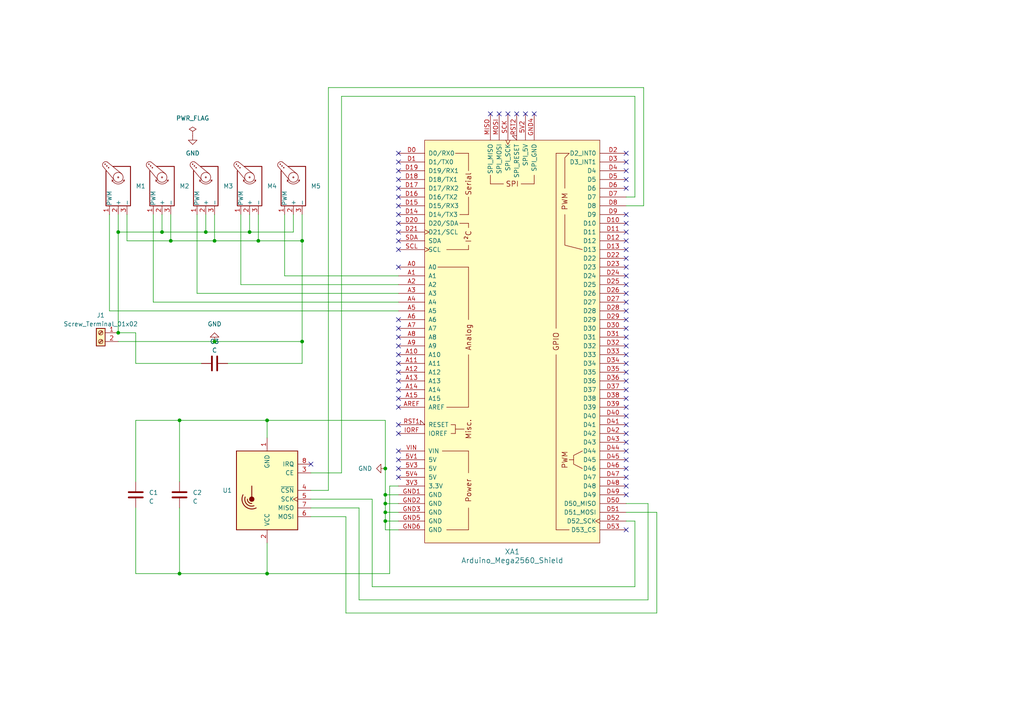
<source format=kicad_sch>
(kicad_sch (version 20230121) (generator eeschema)

  (uuid 5d4ac997-0275-451c-a58a-d84421a0d8df)

  (paper "A4")

  (lib_symbols
    (symbol "Arduino:Arduino_Mega2560_Shield" (pin_names (offset 1.016)) (in_bom yes) (on_board yes)
      (property "Reference" "XA" (at 0 -62.23 0)
        (effects (font (size 1.524 1.524)))
      )
      (property "Value" "Arduino_Mega2560_Shield" (at 0 -66.04 0)
        (effects (font (size 1.524 1.524)))
      )
      (property "Footprint" "PCM_arduino-library:Arduino_Mega2560_Shield" (at 0 -73.66 0)
        (effects (font (size 1.524 1.524)) hide)
      )
      (property "Datasheet" "https://docs.arduino.cc/hardware/mega-2560" (at 0 -69.85 0)
        (effects (font (size 1.524 1.524)) hide)
      )
      (property "ki_keywords" "Arduino MPU Shield" (at 0 0 0)
        (effects (font (size 1.27 1.27)) hide)
      )
      (property "ki_description" "Shield for Arduino Mega 2560" (at 0 0 0)
        (effects (font (size 1.27 1.27)) hide)
      )
      (property "ki_fp_filters" "Arduino_Mega2560_Shield" (at 0 0 0)
        (effects (font (size 1.27 1.27)) hide)
      )
      (symbol "Arduino_Mega2560_Shield_0_0"
        (rectangle (start -25.4 -58.42) (end 25.4 58.42)
          (stroke (width 0) (type default))
          (fill (type background))
        )
        (rectangle (start -20.32 -31.75) (end -12.7 -31.75)
          (stroke (width 0) (type default))
          (fill (type none))
        )
        (rectangle (start -19.05 -54.61) (end -12.7 -54.61)
          (stroke (width 0) (type default))
          (fill (type none))
        )
        (rectangle (start -19.05 -19.05) (end -12.7 -19.05)
          (stroke (width 0) (type default))
          (fill (type none))
        )
        (rectangle (start -19.05 26.67) (end -12.7 26.67)
          (stroke (width 0) (type default))
          (fill (type none))
        )
        (rectangle (start -17.78 -26.67) (end -16.51 -26.67)
          (stroke (width 0) (type default))
          (fill (type none))
        )
        (rectangle (start -17.78 -24.13) (end -16.51 -24.13)
          (stroke (width 0) (type default))
          (fill (type none))
        )
        (rectangle (start -16.51 -25.4) (end -13.97 -25.4)
          (stroke (width 0) (type default))
          (fill (type none))
        )
        (rectangle (start -16.51 -24.13) (end -16.51 -26.67)
          (stroke (width 0) (type default))
          (fill (type none))
        )
        (rectangle (start -16.51 54.61) (end -12.7 54.61)
          (stroke (width 0) (type default))
          (fill (type none))
        )
        (rectangle (start -15.24 34.29) (end -12.7 34.29)
          (stroke (width 0) (type default))
          (fill (type none))
        )
        (rectangle (start -15.24 36.83) (end -12.7 36.83)
          (stroke (width 0) (type default))
          (fill (type none))
        )
        (rectangle (start -12.7 -54.61) (end -12.7 -48.26)
          (stroke (width 0) (type default))
          (fill (type none))
        )
        (rectangle (start -12.7 -31.75) (end -12.7 -38.1)
          (stroke (width 0) (type default))
          (fill (type none))
        )
        (rectangle (start -12.7 26.67) (end -12.7 27.94)
          (stroke (width 0) (type default))
          (fill (type none))
        )
        (rectangle (start -12.7 34.29) (end -12.7 33.02)
          (stroke (width 0) (type default))
          (fill (type none))
        )
        (rectangle (start -12.7 41.91) (end -12.7 36.83)
          (stroke (width 0) (type default))
          (fill (type none))
        )
        (rectangle (start -12.7 49.53) (end -12.7 54.61)
          (stroke (width 0) (type default))
          (fill (type none))
        )
        (rectangle (start -6.35 48.26) (end -6.35 45.72)
          (stroke (width 0) (type default))
          (fill (type none))
        )
        (rectangle (start -2.54 45.72) (end -6.35 45.72)
          (stroke (width 0) (type default))
          (fill (type none))
        )
        (polyline
          (pts
            (xy -21.59 21.59)
            (xy -12.7 21.59)
          )
          (stroke (width 0) (type default))
          (fill (type none))
        )
        (polyline
          (pts
            (xy -12.7 -19.05)
            (xy -12.7 -3.81)
          )
          (stroke (width 0) (type default))
          (fill (type none))
        )
        (polyline
          (pts
            (xy -12.7 6.35)
            (xy -12.7 21.59)
          )
          (stroke (width 0) (type default))
          (fill (type none))
        )
        (polyline
          (pts
            (xy 12.7 -54.61)
            (xy 16.51 -54.61)
          )
          (stroke (width 0) (type default))
          (fill (type none))
        )
        (polyline
          (pts
            (xy 12.7 54.61)
            (xy 16.51 54.61)
          )
          (stroke (width 0) (type default))
          (fill (type none))
        )
        (polyline
          (pts
            (xy 17.78 -34.29)
            (xy 16.51 -34.29)
          )
          (stroke (width 0) (type default))
          (fill (type none))
        )
        (polyline
          (pts
            (xy 15.24 36.83)
            (xy 15.24 27.94)
            (xy 20.32 26.67)
          )
          (stroke (width 0) (type default))
          (fill (type none))
        )
        (polyline
          (pts
            (xy 15.24 44.45)
            (xy 15.24 53.34)
            (xy 16.51 54.61)
          )
          (stroke (width 0) (type default))
          (fill (type none))
        )
        (polyline
          (pts
            (xy 20.32 -31.75)
            (xy 17.78 -33.02)
            (xy 17.78 -35.56)
            (xy 20.32 -36.83)
          )
          (stroke (width 0) (type default))
          (fill (type none))
        )
        (rectangle (start 6.35 45.72) (end 2.54 45.72)
          (stroke (width 0) (type default))
          (fill (type none))
        )
        (rectangle (start 6.35 48.26) (end 6.35 45.72)
          (stroke (width 0) (type default))
          (fill (type none))
        )
        (text "Analog" (at -12.7 1.27 900)
          (effects (font (size 1.524 1.524)))
        )
        (text "I²C" (at -12.7 30.48 900)
          (effects (font (size 1.524 1.524)))
        )
        (text "Misc." (at -12.7 -25.4 900)
          (effects (font (size 1.524 1.524)))
        )
        (text "Power" (at -12.7 -43.18 900)
          (effects (font (size 1.524 1.524)))
        )
        (text "PWM" (at 15.24 -34.29 900)
          (effects (font (size 1.524 1.524)))
        )
        (text "PWM" (at 15.24 40.64 900)
          (effects (font (size 1.524 1.524)))
        )
        (text "Serial" (at -12.7 45.72 900)
          (effects (font (size 1.524 1.524)))
        )
        (text "SPI" (at 0 45.72 0)
          (effects (font (size 1.524 1.524)))
        )
      )
      (symbol "Arduino_Mega2560_Shield_1_0"
        (rectangle (start 12.7 -54.61) (end 12.7 -3.81)
          (stroke (width 0) (type default))
          (fill (type none))
        )
        (rectangle (start 12.7 54.61) (end 12.7 3.81)
          (stroke (width 0) (type default))
          (fill (type none))
        )
        (text "GPIO" (at 12.7 0 900)
          (effects (font (size 1.524 1.524)))
        )
      )
      (symbol "Arduino_Mega2560_Shield_1_1"
        (pin power_out line (at -33.02 -41.91 0) (length 7.62)
          (name "3.3V" (effects (font (size 1.27 1.27))))
          (number "3V3" (effects (font (size 1.27 1.27))))
        )
        (pin power_in line (at -33.02 -34.29 0) (length 7.62)
          (name "5V" (effects (font (size 1.27 1.27))))
          (number "5V1" (effects (font (size 1.27 1.27))))
        )
        (pin power_in line (at 3.81 66.04 270) (length 7.62)
          (name "SPI_5V" (effects (font (size 1.27 1.27))))
          (number "5V2" (effects (font (size 1.27 1.27))))
        )
        (pin power_in line (at -33.02 -36.83 0) (length 7.62)
          (name "5V" (effects (font (size 1.27 1.27))))
          (number "5V3" (effects (font (size 1.27 1.27))))
        )
        (pin power_in line (at -33.02 -39.37 0) (length 7.62)
          (name "5V" (effects (font (size 1.27 1.27))))
          (number "5V4" (effects (font (size 1.27 1.27))))
        )
        (pin bidirectional line (at -33.02 21.59 0) (length 7.62)
          (name "A0" (effects (font (size 1.27 1.27))))
          (number "A0" (effects (font (size 1.27 1.27))))
        )
        (pin bidirectional line (at -33.02 19.05 0) (length 7.62)
          (name "A1" (effects (font (size 1.27 1.27))))
          (number "A1" (effects (font (size 1.27 1.27))))
        )
        (pin bidirectional line (at -33.02 -3.81 0) (length 7.62)
          (name "A10" (effects (font (size 1.27 1.27))))
          (number "A10" (effects (font (size 1.27 1.27))))
        )
        (pin bidirectional line (at -33.02 -6.35 0) (length 7.62)
          (name "A11" (effects (font (size 1.27 1.27))))
          (number "A11" (effects (font (size 1.27 1.27))))
        )
        (pin bidirectional line (at -33.02 -8.89 0) (length 7.62)
          (name "A12" (effects (font (size 1.27 1.27))))
          (number "A12" (effects (font (size 1.27 1.27))))
        )
        (pin bidirectional line (at -33.02 -11.43 0) (length 7.62)
          (name "A13" (effects (font (size 1.27 1.27))))
          (number "A13" (effects (font (size 1.27 1.27))))
        )
        (pin bidirectional line (at -33.02 -13.97 0) (length 7.62)
          (name "A14" (effects (font (size 1.27 1.27))))
          (number "A14" (effects (font (size 1.27 1.27))))
        )
        (pin bidirectional line (at -33.02 -16.51 0) (length 7.62)
          (name "A15" (effects (font (size 1.27 1.27))))
          (number "A15" (effects (font (size 1.27 1.27))))
        )
        (pin bidirectional line (at -33.02 16.51 0) (length 7.62)
          (name "A2" (effects (font (size 1.27 1.27))))
          (number "A2" (effects (font (size 1.27 1.27))))
        )
        (pin bidirectional line (at -33.02 13.97 0) (length 7.62)
          (name "A3" (effects (font (size 1.27 1.27))))
          (number "A3" (effects (font (size 1.27 1.27))))
        )
        (pin bidirectional line (at -33.02 11.43 0) (length 7.62)
          (name "A4" (effects (font (size 1.27 1.27))))
          (number "A4" (effects (font (size 1.27 1.27))))
        )
        (pin bidirectional line (at -33.02 8.89 0) (length 7.62)
          (name "A5" (effects (font (size 1.27 1.27))))
          (number "A5" (effects (font (size 1.27 1.27))))
        )
        (pin bidirectional line (at -33.02 6.35 0) (length 7.62)
          (name "A6" (effects (font (size 1.27 1.27))))
          (number "A6" (effects (font (size 1.27 1.27))))
        )
        (pin bidirectional line (at -33.02 3.81 0) (length 7.62)
          (name "A7" (effects (font (size 1.27 1.27))))
          (number "A7" (effects (font (size 1.27 1.27))))
        )
        (pin bidirectional line (at -33.02 1.27 0) (length 7.62)
          (name "A8" (effects (font (size 1.27 1.27))))
          (number "A8" (effects (font (size 1.27 1.27))))
        )
        (pin bidirectional line (at -33.02 -1.27 0) (length 7.62)
          (name "A9" (effects (font (size 1.27 1.27))))
          (number "A9" (effects (font (size 1.27 1.27))))
        )
        (pin input line (at -33.02 -19.05 0) (length 7.62)
          (name "AREF" (effects (font (size 1.27 1.27))))
          (number "AREF" (effects (font (size 1.27 1.27))))
        )
        (pin bidirectional line (at -33.02 54.61 0) (length 7.62)
          (name "D0/RX0" (effects (font (size 1.27 1.27))))
          (number "D0" (effects (font (size 1.27 1.27))))
        )
        (pin bidirectional line (at -33.02 52.07 0) (length 7.62)
          (name "D1/TX0" (effects (font (size 1.27 1.27))))
          (number "D1" (effects (font (size 1.27 1.27))))
        )
        (pin bidirectional line (at 33.02 34.29 180) (length 7.62)
          (name "D10" (effects (font (size 1.27 1.27))))
          (number "D10" (effects (font (size 1.27 1.27))))
        )
        (pin bidirectional line (at 33.02 31.75 180) (length 7.62)
          (name "D11" (effects (font (size 1.27 1.27))))
          (number "D11" (effects (font (size 1.27 1.27))))
        )
        (pin bidirectional line (at 33.02 29.21 180) (length 7.62)
          (name "D12" (effects (font (size 1.27 1.27))))
          (number "D12" (effects (font (size 1.27 1.27))))
        )
        (pin bidirectional line (at 33.02 26.67 180) (length 7.62)
          (name "D13" (effects (font (size 1.27 1.27))))
          (number "D13" (effects (font (size 1.27 1.27))))
        )
        (pin bidirectional line (at -33.02 36.83 0) (length 7.62)
          (name "D14/TX3" (effects (font (size 1.27 1.27))))
          (number "D14" (effects (font (size 1.27 1.27))))
        )
        (pin bidirectional line (at -33.02 39.37 0) (length 7.62)
          (name "D15/RX3" (effects (font (size 1.27 1.27))))
          (number "D15" (effects (font (size 1.27 1.27))))
        )
        (pin bidirectional line (at -33.02 41.91 0) (length 7.62)
          (name "D16/TX2" (effects (font (size 1.27 1.27))))
          (number "D16" (effects (font (size 1.27 1.27))))
        )
        (pin bidirectional line (at -33.02 44.45 0) (length 7.62)
          (name "D17/RX2" (effects (font (size 1.27 1.27))))
          (number "D17" (effects (font (size 1.27 1.27))))
        )
        (pin bidirectional line (at -33.02 46.99 0) (length 7.62)
          (name "D18/TX1" (effects (font (size 1.27 1.27))))
          (number "D18" (effects (font (size 1.27 1.27))))
        )
        (pin bidirectional line (at -33.02 49.53 0) (length 7.62)
          (name "D19/RX1" (effects (font (size 1.27 1.27))))
          (number "D19" (effects (font (size 1.27 1.27))))
        )
        (pin bidirectional line (at 33.02 54.61 180) (length 7.62)
          (name "D2_INT0" (effects (font (size 1.27 1.27))))
          (number "D2" (effects (font (size 1.27 1.27))))
        )
        (pin bidirectional line (at -33.02 34.29 0) (length 7.62)
          (name "D20/SDA" (effects (font (size 1.27 1.27))))
          (number "D20" (effects (font (size 1.27 1.27))))
        )
        (pin bidirectional clock (at -33.02 31.75 0) (length 7.62)
          (name "D21/SCL" (effects (font (size 1.27 1.27))))
          (number "D21" (effects (font (size 1.27 1.27))))
        )
        (pin bidirectional line (at 33.02 24.13 180) (length 7.62)
          (name "D22" (effects (font (size 1.27 1.27))))
          (number "D22" (effects (font (size 1.27 1.27))))
        )
        (pin bidirectional line (at 33.02 21.59 180) (length 7.62)
          (name "D23" (effects (font (size 1.27 1.27))))
          (number "D23" (effects (font (size 1.27 1.27))))
        )
        (pin bidirectional line (at 33.02 19.05 180) (length 7.62)
          (name "D24" (effects (font (size 1.27 1.27))))
          (number "D24" (effects (font (size 1.27 1.27))))
        )
        (pin bidirectional line (at 33.02 16.51 180) (length 7.62)
          (name "D25" (effects (font (size 1.27 1.27))))
          (number "D25" (effects (font (size 1.27 1.27))))
        )
        (pin bidirectional line (at 33.02 13.97 180) (length 7.62)
          (name "D26" (effects (font (size 1.27 1.27))))
          (number "D26" (effects (font (size 1.27 1.27))))
        )
        (pin bidirectional line (at 33.02 11.43 180) (length 7.62)
          (name "D27" (effects (font (size 1.27 1.27))))
          (number "D27" (effects (font (size 1.27 1.27))))
        )
        (pin bidirectional line (at 33.02 8.89 180) (length 7.62)
          (name "D28" (effects (font (size 1.27 1.27))))
          (number "D28" (effects (font (size 1.27 1.27))))
        )
        (pin bidirectional line (at 33.02 6.35 180) (length 7.62)
          (name "D29" (effects (font (size 1.27 1.27))))
          (number "D29" (effects (font (size 1.27 1.27))))
        )
        (pin bidirectional line (at 33.02 52.07 180) (length 7.62)
          (name "D3_INT1" (effects (font (size 1.27 1.27))))
          (number "D3" (effects (font (size 1.27 1.27))))
        )
        (pin bidirectional line (at 33.02 3.81 180) (length 7.62)
          (name "D30" (effects (font (size 1.27 1.27))))
          (number "D30" (effects (font (size 1.27 1.27))))
        )
        (pin bidirectional line (at 33.02 1.27 180) (length 7.62)
          (name "D31" (effects (font (size 1.27 1.27))))
          (number "D31" (effects (font (size 1.27 1.27))))
        )
        (pin bidirectional line (at 33.02 -1.27 180) (length 7.62)
          (name "D32" (effects (font (size 1.27 1.27))))
          (number "D32" (effects (font (size 1.27 1.27))))
        )
        (pin bidirectional line (at 33.02 -3.81 180) (length 7.62)
          (name "D33" (effects (font (size 1.27 1.27))))
          (number "D33" (effects (font (size 1.27 1.27))))
        )
        (pin bidirectional line (at 33.02 -6.35 180) (length 7.62)
          (name "D34" (effects (font (size 1.27 1.27))))
          (number "D34" (effects (font (size 1.27 1.27))))
        )
        (pin bidirectional line (at 33.02 -8.89 180) (length 7.62)
          (name "D35" (effects (font (size 1.27 1.27))))
          (number "D35" (effects (font (size 1.27 1.27))))
        )
        (pin bidirectional line (at 33.02 -11.43 180) (length 7.62)
          (name "D36" (effects (font (size 1.27 1.27))))
          (number "D36" (effects (font (size 1.27 1.27))))
        )
        (pin bidirectional line (at 33.02 -13.97 180) (length 7.62)
          (name "D37" (effects (font (size 1.27 1.27))))
          (number "D37" (effects (font (size 1.27 1.27))))
        )
        (pin bidirectional line (at 33.02 -16.51 180) (length 7.62)
          (name "D38" (effects (font (size 1.27 1.27))))
          (number "D38" (effects (font (size 1.27 1.27))))
        )
        (pin bidirectional line (at 33.02 -19.05 180) (length 7.62)
          (name "D39" (effects (font (size 1.27 1.27))))
          (number "D39" (effects (font (size 1.27 1.27))))
        )
        (pin bidirectional line (at 33.02 49.53 180) (length 7.62)
          (name "D4" (effects (font (size 1.27 1.27))))
          (number "D4" (effects (font (size 1.27 1.27))))
        )
        (pin bidirectional line (at 33.02 -21.59 180) (length 7.62)
          (name "D40" (effects (font (size 1.27 1.27))))
          (number "D40" (effects (font (size 1.27 1.27))))
        )
        (pin bidirectional line (at 33.02 -24.13 180) (length 7.62)
          (name "D41" (effects (font (size 1.27 1.27))))
          (number "D41" (effects (font (size 1.27 1.27))))
        )
        (pin bidirectional line (at 33.02 -26.67 180) (length 7.62)
          (name "D42" (effects (font (size 1.27 1.27))))
          (number "D42" (effects (font (size 1.27 1.27))))
        )
        (pin bidirectional line (at 33.02 -29.21 180) (length 7.62)
          (name "D43" (effects (font (size 1.27 1.27))))
          (number "D43" (effects (font (size 1.27 1.27))))
        )
        (pin bidirectional line (at 33.02 -31.75 180) (length 7.62)
          (name "D44" (effects (font (size 1.27 1.27))))
          (number "D44" (effects (font (size 1.27 1.27))))
        )
        (pin bidirectional line (at 33.02 -34.29 180) (length 7.62)
          (name "D45" (effects (font (size 1.27 1.27))))
          (number "D45" (effects (font (size 1.27 1.27))))
        )
        (pin bidirectional line (at 33.02 -36.83 180) (length 7.62)
          (name "D46" (effects (font (size 1.27 1.27))))
          (number "D46" (effects (font (size 1.27 1.27))))
        )
        (pin bidirectional line (at 33.02 -39.37 180) (length 7.62)
          (name "D47" (effects (font (size 1.27 1.27))))
          (number "D47" (effects (font (size 1.27 1.27))))
        )
        (pin bidirectional line (at 33.02 -41.91 180) (length 7.62)
          (name "D48" (effects (font (size 1.27 1.27))))
          (number "D48" (effects (font (size 1.27 1.27))))
        )
        (pin bidirectional line (at 33.02 -44.45 180) (length 7.62)
          (name "D49" (effects (font (size 1.27 1.27))))
          (number "D49" (effects (font (size 1.27 1.27))))
        )
        (pin bidirectional line (at 33.02 46.99 180) (length 7.62)
          (name "D5" (effects (font (size 1.27 1.27))))
          (number "D5" (effects (font (size 1.27 1.27))))
        )
        (pin bidirectional line (at 33.02 -46.99 180) (length 7.62)
          (name "D50_MISO" (effects (font (size 1.27 1.27))))
          (number "D50" (effects (font (size 1.27 1.27))))
        )
        (pin bidirectional line (at 33.02 -49.53 180) (length 7.62)
          (name "D51_MOSI" (effects (font (size 1.27 1.27))))
          (number "D51" (effects (font (size 1.27 1.27))))
        )
        (pin bidirectional clock (at 33.02 -52.07 180) (length 7.62)
          (name "D52_SCK" (effects (font (size 1.27 1.27))))
          (number "D52" (effects (font (size 1.27 1.27))))
        )
        (pin bidirectional line (at 33.02 -54.61 180) (length 7.62)
          (name "D53_CS" (effects (font (size 1.27 1.27))))
          (number "D53" (effects (font (size 1.27 1.27))))
        )
        (pin bidirectional line (at 33.02 44.45 180) (length 7.62)
          (name "D6" (effects (font (size 1.27 1.27))))
          (number "D6" (effects (font (size 1.27 1.27))))
        )
        (pin bidirectional line (at 33.02 41.91 180) (length 7.62)
          (name "D7" (effects (font (size 1.27 1.27))))
          (number "D7" (effects (font (size 1.27 1.27))))
        )
        (pin bidirectional line (at 33.02 39.37 180) (length 7.62)
          (name "D8" (effects (font (size 1.27 1.27))))
          (number "D8" (effects (font (size 1.27 1.27))))
        )
        (pin bidirectional line (at 33.02 36.83 180) (length 7.62)
          (name "D9" (effects (font (size 1.27 1.27))))
          (number "D9" (effects (font (size 1.27 1.27))))
        )
        (pin power_in line (at -33.02 -44.45 0) (length 7.62)
          (name "GND" (effects (font (size 1.27 1.27))))
          (number "GND1" (effects (font (size 1.27 1.27))))
        )
        (pin power_in line (at -33.02 -46.99 0) (length 7.62)
          (name "GND" (effects (font (size 1.27 1.27))))
          (number "GND2" (effects (font (size 1.27 1.27))))
        )
        (pin power_in line (at -33.02 -49.53 0) (length 7.62)
          (name "GND" (effects (font (size 1.27 1.27))))
          (number "GND3" (effects (font (size 1.27 1.27))))
        )
        (pin power_in line (at 6.35 66.04 270) (length 7.62)
          (name "SPI_GND" (effects (font (size 1.27 1.27))))
          (number "GND4" (effects (font (size 1.27 1.27))))
        )
        (pin power_in line (at -33.02 -52.07 0) (length 7.62)
          (name "GND" (effects (font (size 1.27 1.27))))
          (number "GND5" (effects (font (size 1.27 1.27))))
        )
        (pin power_in line (at -33.02 -54.61 0) (length 7.62)
          (name "GND" (effects (font (size 1.27 1.27))))
          (number "GND6" (effects (font (size 1.27 1.27))))
        )
        (pin output line (at -33.02 -26.67 0) (length 7.62)
          (name "IOREF" (effects (font (size 1.27 1.27))))
          (number "IORF" (effects (font (size 1.27 1.27))))
        )
        (pin input line (at -6.35 66.04 270) (length 7.62)
          (name "SPI_MISO" (effects (font (size 1.27 1.27))))
          (number "MISO" (effects (font (size 1.27 1.27))))
        )
        (pin output line (at -3.81 66.04 270) (length 7.62)
          (name "SPI_MOSI" (effects (font (size 1.27 1.27))))
          (number "MOSI" (effects (font (size 1.27 1.27))))
        )
        (pin open_collector input_low (at -33.02 -24.13 0) (length 7.62)
          (name "RESET" (effects (font (size 1.27 1.27))))
          (number "RST1" (effects (font (size 1.27 1.27))))
        )
        (pin open_collector input_low (at 1.27 66.04 270) (length 7.62)
          (name "SPI_RESET" (effects (font (size 1.27 1.27))))
          (number "RST2" (effects (font (size 1.27 1.27))))
        )
        (pin output clock (at -1.27 66.04 270) (length 7.62)
          (name "SPI_SCK" (effects (font (size 1.27 1.27))))
          (number "SCK" (effects (font (size 1.27 1.27))))
        )
        (pin bidirectional clock (at -33.02 26.67 0) (length 7.62)
          (name "SCL" (effects (font (size 1.27 1.27))))
          (number "SCL" (effects (font (size 1.27 1.27))))
        )
        (pin bidirectional line (at -33.02 29.21 0) (length 7.62)
          (name "SDA" (effects (font (size 1.27 1.27))))
          (number "SDA" (effects (font (size 1.27 1.27))))
        )
        (pin power_in line (at -33.02 -31.75 0) (length 7.62)
          (name "VIN" (effects (font (size 1.27 1.27))))
          (number "VIN" (effects (font (size 1.27 1.27))))
        )
      )
    )
    (symbol "Connector:Screw_Terminal_01x02" (pin_names (offset 1.016) hide) (in_bom yes) (on_board yes)
      (property "Reference" "J" (at 0 2.54 0)
        (effects (font (size 1.27 1.27)))
      )
      (property "Value" "Screw_Terminal_01x02" (at 0 -5.08 0)
        (effects (font (size 1.27 1.27)))
      )
      (property "Footprint" "" (at 0 0 0)
        (effects (font (size 1.27 1.27)) hide)
      )
      (property "Datasheet" "~" (at 0 0 0)
        (effects (font (size 1.27 1.27)) hide)
      )
      (property "ki_keywords" "screw terminal" (at 0 0 0)
        (effects (font (size 1.27 1.27)) hide)
      )
      (property "ki_description" "Generic screw terminal, single row, 01x02, script generated (kicad-library-utils/schlib/autogen/connector/)" (at 0 0 0)
        (effects (font (size 1.27 1.27)) hide)
      )
      (property "ki_fp_filters" "TerminalBlock*:*" (at 0 0 0)
        (effects (font (size 1.27 1.27)) hide)
      )
      (symbol "Screw_Terminal_01x02_1_1"
        (rectangle (start -1.27 1.27) (end 1.27 -3.81)
          (stroke (width 0.254) (type default))
          (fill (type background))
        )
        (circle (center 0 -2.54) (radius 0.635)
          (stroke (width 0.1524) (type default))
          (fill (type none))
        )
        (polyline
          (pts
            (xy -0.5334 -2.2098)
            (xy 0.3302 -3.048)
          )
          (stroke (width 0.1524) (type default))
          (fill (type none))
        )
        (polyline
          (pts
            (xy -0.5334 0.3302)
            (xy 0.3302 -0.508)
          )
          (stroke (width 0.1524) (type default))
          (fill (type none))
        )
        (polyline
          (pts
            (xy -0.3556 -2.032)
            (xy 0.508 -2.8702)
          )
          (stroke (width 0.1524) (type default))
          (fill (type none))
        )
        (polyline
          (pts
            (xy -0.3556 0.508)
            (xy 0.508 -0.3302)
          )
          (stroke (width 0.1524) (type default))
          (fill (type none))
        )
        (circle (center 0 0) (radius 0.635)
          (stroke (width 0.1524) (type default))
          (fill (type none))
        )
        (pin passive line (at -5.08 0 0) (length 3.81)
          (name "Pin_1" (effects (font (size 1.27 1.27))))
          (number "1" (effects (font (size 1.27 1.27))))
        )
        (pin passive line (at -5.08 -2.54 0) (length 3.81)
          (name "Pin_2" (effects (font (size 1.27 1.27))))
          (number "2" (effects (font (size 1.27 1.27))))
        )
      )
    )
    (symbol "Device:C" (pin_numbers hide) (pin_names (offset 0.254)) (in_bom yes) (on_board yes)
      (property "Reference" "C" (at 0.635 2.54 0)
        (effects (font (size 1.27 1.27)) (justify left))
      )
      (property "Value" "C" (at 0.635 -2.54 0)
        (effects (font (size 1.27 1.27)) (justify left))
      )
      (property "Footprint" "" (at 0.9652 -3.81 0)
        (effects (font (size 1.27 1.27)) hide)
      )
      (property "Datasheet" "~" (at 0 0 0)
        (effects (font (size 1.27 1.27)) hide)
      )
      (property "ki_keywords" "cap capacitor" (at 0 0 0)
        (effects (font (size 1.27 1.27)) hide)
      )
      (property "ki_description" "Unpolarized capacitor" (at 0 0 0)
        (effects (font (size 1.27 1.27)) hide)
      )
      (property "ki_fp_filters" "C_*" (at 0 0 0)
        (effects (font (size 1.27 1.27)) hide)
      )
      (symbol "C_0_1"
        (polyline
          (pts
            (xy -2.032 -0.762)
            (xy 2.032 -0.762)
          )
          (stroke (width 0.508) (type default))
          (fill (type none))
        )
        (polyline
          (pts
            (xy -2.032 0.762)
            (xy 2.032 0.762)
          )
          (stroke (width 0.508) (type default))
          (fill (type none))
        )
      )
      (symbol "C_1_1"
        (pin passive line (at 0 3.81 270) (length 2.794)
          (name "~" (effects (font (size 1.27 1.27))))
          (number "1" (effects (font (size 1.27 1.27))))
        )
        (pin passive line (at 0 -3.81 90) (length 2.794)
          (name "~" (effects (font (size 1.27 1.27))))
          (number "2" (effects (font (size 1.27 1.27))))
        )
      )
    )
    (symbol "Motor:Motor_Servo" (pin_names (offset 0.0254)) (in_bom yes) (on_board yes)
      (property "Reference" "M" (at -5.08 4.445 0)
        (effects (font (size 1.27 1.27)) (justify left))
      )
      (property "Value" "Motor_Servo" (at -5.08 -4.064 0)
        (effects (font (size 1.27 1.27)) (justify left top))
      )
      (property "Footprint" "" (at 0 -4.826 0)
        (effects (font (size 1.27 1.27)) hide)
      )
      (property "Datasheet" "http://forums.parallax.com/uploads/attachments/46831/74481.png" (at 0 -4.826 0)
        (effects (font (size 1.27 1.27)) hide)
      )
      (property "ki_keywords" "Servo Motor" (at 0 0 0)
        (effects (font (size 1.27 1.27)) hide)
      )
      (property "ki_description" "Servo Motor (Futaba, HiTec, JR connector)" (at 0 0 0)
        (effects (font (size 1.27 1.27)) hide)
      )
      (property "ki_fp_filters" "PinHeader*P2.54mm*" (at 0 0 0)
        (effects (font (size 1.27 1.27)) hide)
      )
      (symbol "Motor_Servo_0_1"
        (polyline
          (pts
            (xy 2.413 -1.778)
            (xy 2.032 -1.778)
          )
          (stroke (width 0) (type default))
          (fill (type none))
        )
        (polyline
          (pts
            (xy 2.413 -1.778)
            (xy 2.286 -1.397)
          )
          (stroke (width 0) (type default))
          (fill (type none))
        )
        (polyline
          (pts
            (xy 2.413 1.778)
            (xy 1.905 1.778)
          )
          (stroke (width 0) (type default))
          (fill (type none))
        )
        (polyline
          (pts
            (xy 2.413 1.778)
            (xy 2.286 1.397)
          )
          (stroke (width 0) (type default))
          (fill (type none))
        )
        (polyline
          (pts
            (xy 6.35 4.445)
            (xy 2.54 1.27)
          )
          (stroke (width 0) (type default))
          (fill (type none))
        )
        (polyline
          (pts
            (xy 7.62 3.175)
            (xy 4.191 -1.016)
          )
          (stroke (width 0) (type default))
          (fill (type none))
        )
        (polyline
          (pts
            (xy 5.08 3.556)
            (xy -5.08 3.556)
            (xy -5.08 -3.556)
            (xy 6.35 -3.556)
            (xy 6.35 1.524)
          )
          (stroke (width 0.254) (type default))
          (fill (type none))
        )
        (arc (start 2.413 1.778) (mid 1.2406 0) (end 2.413 -1.778)
          (stroke (width 0) (type default))
          (fill (type none))
        )
        (circle (center 3.175 0) (radius 0.1778)
          (stroke (width 0) (type default))
          (fill (type none))
        )
        (circle (center 3.175 0) (radius 1.4224)
          (stroke (width 0) (type default))
          (fill (type none))
        )
        (circle (center 5.969 2.794) (radius 0.127)
          (stroke (width 0) (type default))
          (fill (type none))
        )
        (circle (center 6.477 3.302) (radius 0.127)
          (stroke (width 0) (type default))
          (fill (type none))
        )
        (circle (center 6.985 3.81) (radius 0.127)
          (stroke (width 0) (type default))
          (fill (type none))
        )
        (arc (start 7.62 3.175) (mid 7.4485 4.2735) (end 6.35 4.445)
          (stroke (width 0) (type default))
          (fill (type none))
        )
      )
      (symbol "Motor_Servo_1_1"
        (pin passive line (at -7.62 2.54 0) (length 2.54)
          (name "PWM" (effects (font (size 1.27 1.27))))
          (number "1" (effects (font (size 1.27 1.27))))
        )
        (pin passive line (at -7.62 0 0) (length 2.54)
          (name "+" (effects (font (size 1.27 1.27))))
          (number "2" (effects (font (size 1.27 1.27))))
        )
        (pin passive line (at -7.62 -2.54 0) (length 2.54)
          (name "-" (effects (font (size 1.27 1.27))))
          (number "3" (effects (font (size 1.27 1.27))))
        )
      )
    )
    (symbol "RF:NRF24L01_Breakout" (pin_names (offset 1.016)) (in_bom yes) (on_board yes)
      (property "Reference" "U" (at -8.89 12.7 0)
        (effects (font (size 1.27 1.27)) (justify left))
      )
      (property "Value" "NRF24L01_Breakout" (at 3.81 12.7 0)
        (effects (font (size 1.27 1.27)) (justify left))
      )
      (property "Footprint" "RF_Module:nRF24L01_Breakout" (at 3.81 15.24 0)
        (effects (font (size 1.27 1.27) italic) (justify left) hide)
      )
      (property "Datasheet" "http://www.nordicsemi.com/eng/content/download/2730/34105/file/nRF24L01_Product_Specification_v2_0.pdf" (at 0 -2.54 0)
        (effects (font (size 1.27 1.27)) hide)
      )
      (property "ki_keywords" "Low Power RF Transceiver breakout carrier" (at 0 0 0)
        (effects (font (size 1.27 1.27)) hide)
      )
      (property "ki_description" "Ultra low power 2.4GHz RF Transceiver, Carrier PCB" (at 0 0 0)
        (effects (font (size 1.27 1.27)) hide)
      )
      (property "ki_fp_filters" "nRF24L01*Breakout*" (at 0 0 0)
        (effects (font (size 1.27 1.27)) hide)
      )
      (symbol "NRF24L01_Breakout_0_1"
        (rectangle (start -8.89 11.43) (end 8.89 -11.43)
          (stroke (width 0.254) (type default))
          (fill (type background))
        )
        (polyline
          (pts
            (xy 4.445 1.905)
            (xy 4.445 -1.27)
          )
          (stroke (width 0.254) (type default))
          (fill (type none))
        )
        (circle (center 4.445 2.54) (radius 0.635)
          (stroke (width 0.254) (type default))
          (fill (type outline))
        )
        (arc (start 5.715 2.54) (mid 5.3521 3.4546) (end 4.445 3.81)
          (stroke (width 0.254) (type default))
          (fill (type none))
        )
        (arc (start 6.35 1.905) (mid 5.8763 3.9854) (end 3.81 4.445)
          (stroke (width 0.254) (type default))
          (fill (type none))
        )
        (arc (start 6.985 1.27) (mid 6.453 4.548) (end 3.175 5.08)
          (stroke (width 0.254) (type default))
          (fill (type none))
        )
      )
      (symbol "NRF24L01_Breakout_1_1"
        (pin power_in line (at 0 -15.24 90) (length 3.81)
          (name "GND" (effects (font (size 1.27 1.27))))
          (number "1" (effects (font (size 1.27 1.27))))
        )
        (pin power_in line (at 0 15.24 270) (length 3.81)
          (name "VCC" (effects (font (size 1.27 1.27))))
          (number "2" (effects (font (size 1.27 1.27))))
        )
        (pin input line (at -12.7 -5.08 0) (length 3.81)
          (name "CE" (effects (font (size 1.27 1.27))))
          (number "3" (effects (font (size 1.27 1.27))))
        )
        (pin input line (at -12.7 0 0) (length 3.81)
          (name "~{CSN}" (effects (font (size 1.27 1.27))))
          (number "4" (effects (font (size 1.27 1.27))))
        )
        (pin input clock (at -12.7 2.54 0) (length 3.81)
          (name "SCK" (effects (font (size 1.27 1.27))))
          (number "5" (effects (font (size 1.27 1.27))))
        )
        (pin input line (at -12.7 7.62 0) (length 3.81)
          (name "MOSI" (effects (font (size 1.27 1.27))))
          (number "6" (effects (font (size 1.27 1.27))))
        )
        (pin output line (at -12.7 5.08 0) (length 3.81)
          (name "MISO" (effects (font (size 1.27 1.27))))
          (number "7" (effects (font (size 1.27 1.27))))
        )
        (pin output line (at -12.7 -7.62 0) (length 3.81)
          (name "IRQ" (effects (font (size 1.27 1.27))))
          (number "8" (effects (font (size 1.27 1.27))))
        )
      )
    )
    (symbol "power:GND" (power) (pin_names (offset 0)) (in_bom yes) (on_board yes)
      (property "Reference" "#PWR" (at 0 -6.35 0)
        (effects (font (size 1.27 1.27)) hide)
      )
      (property "Value" "GND" (at 0 -3.81 0)
        (effects (font (size 1.27 1.27)))
      )
      (property "Footprint" "" (at 0 0 0)
        (effects (font (size 1.27 1.27)) hide)
      )
      (property "Datasheet" "" (at 0 0 0)
        (effects (font (size 1.27 1.27)) hide)
      )
      (property "ki_keywords" "global power" (at 0 0 0)
        (effects (font (size 1.27 1.27)) hide)
      )
      (property "ki_description" "Power symbol creates a global label with name \"GND\" , ground" (at 0 0 0)
        (effects (font (size 1.27 1.27)) hide)
      )
      (symbol "GND_0_1"
        (polyline
          (pts
            (xy 0 0)
            (xy 0 -1.27)
            (xy 1.27 -1.27)
            (xy 0 -2.54)
            (xy -1.27 -1.27)
            (xy 0 -1.27)
          )
          (stroke (width 0) (type default))
          (fill (type none))
        )
      )
      (symbol "GND_1_1"
        (pin power_in line (at 0 0 270) (length 0) hide
          (name "GND" (effects (font (size 1.27 1.27))))
          (number "1" (effects (font (size 1.27 1.27))))
        )
      )
    )
    (symbol "power:PWR_FLAG" (power) (pin_numbers hide) (pin_names (offset 0) hide) (in_bom yes) (on_board yes)
      (property "Reference" "#FLG" (at 0 1.905 0)
        (effects (font (size 1.27 1.27)) hide)
      )
      (property "Value" "PWR_FLAG" (at 0 3.81 0)
        (effects (font (size 1.27 1.27)))
      )
      (property "Footprint" "" (at 0 0 0)
        (effects (font (size 1.27 1.27)) hide)
      )
      (property "Datasheet" "~" (at 0 0 0)
        (effects (font (size 1.27 1.27)) hide)
      )
      (property "ki_keywords" "flag power" (at 0 0 0)
        (effects (font (size 1.27 1.27)) hide)
      )
      (property "ki_description" "Special symbol for telling ERC where power comes from" (at 0 0 0)
        (effects (font (size 1.27 1.27)) hide)
      )
      (symbol "PWR_FLAG_0_0"
        (pin power_out line (at 0 0 90) (length 0)
          (name "pwr" (effects (font (size 1.27 1.27))))
          (number "1" (effects (font (size 1.27 1.27))))
        )
      )
      (symbol "PWR_FLAG_0_1"
        (polyline
          (pts
            (xy 0 0)
            (xy 0 1.27)
            (xy -1.016 1.905)
            (xy 0 2.54)
            (xy 1.016 1.905)
            (xy 0 1.27)
          )
          (stroke (width 0) (type default))
          (fill (type none))
        )
      )
    )
  )

  (junction (at 72.39 67.31) (diameter 0) (color 0 0 0 0)
    (uuid 024f963e-e65c-4828-909f-fbd7bb87906e)
  )
  (junction (at 46.99 67.31) (diameter 0) (color 0 0 0 0)
    (uuid 0385acea-77e9-484a-acee-2b867229c872)
  )
  (junction (at 74.93 69.85) (diameter 0) (color 0 0 0 0)
    (uuid 13a3cf54-6925-4949-b74f-20cbfac7168a)
  )
  (junction (at 87.63 99.06) (diameter 0) (color 0 0 0 0)
    (uuid 37b30d6c-c681-4f73-9d81-2230d9d65bfb)
  )
  (junction (at 77.47 166.37) (diameter 0) (color 0 0 0 0)
    (uuid 516d1231-4a51-4169-ab72-874b34c91849)
  )
  (junction (at 111.76 143.51) (diameter 0) (color 0 0 0 0)
    (uuid 58c21ee9-04ae-48ae-bffd-c63702cedf7f)
  )
  (junction (at 34.29 96.52) (diameter 0) (color 0 0 0 0)
    (uuid 5be6b10d-67d4-4c9b-af43-e9fd54d7be7c)
  )
  (junction (at 77.47 121.92) (diameter 0) (color 0 0 0 0)
    (uuid 5cfcce25-860f-4f4a-bb7a-ffb61f736b09)
  )
  (junction (at 49.53 69.85) (diameter 0) (color 0 0 0 0)
    (uuid 5f501668-3cf2-444f-85f3-dce3d6b49517)
  )
  (junction (at 87.63 69.85) (diameter 0) (color 0 0 0 0)
    (uuid 65a213ed-b988-44a9-bfa4-5adce9d5ddae)
  )
  (junction (at 52.07 121.92) (diameter 0) (color 0 0 0 0)
    (uuid 69624f66-2ceb-45b2-8566-3f3ee7804e36)
  )
  (junction (at 34.29 67.31) (diameter 0) (color 0 0 0 0)
    (uuid 72a95054-a682-424d-9305-e68fa5217366)
  )
  (junction (at 62.23 69.85) (diameter 0) (color 0 0 0 0)
    (uuid 75c810b9-60ed-4b2c-ac50-70ca7b029d18)
  )
  (junction (at 59.69 67.31) (diameter 0) (color 0 0 0 0)
    (uuid 896c9c6b-5eb5-4834-a3ce-12e418b3c5b4)
  )
  (junction (at 111.76 148.59) (diameter 0) (color 0 0 0 0)
    (uuid ac86b0cf-d907-42b7-aeb1-7b305247d72f)
  )
  (junction (at 111.76 146.05) (diameter 0) (color 0 0 0 0)
    (uuid bede56d8-c37c-4211-985d-f481cab81e1f)
  )
  (junction (at 52.07 166.37) (diameter 0) (color 0 0 0 0)
    (uuid c14af270-bfaf-4185-881b-63b173e59c7b)
  )
  (junction (at 111.76 135.89) (diameter 0) (color 0 0 0 0)
    (uuid de355d68-bfa1-4be7-ba33-746adf4ca33c)
  )
  (junction (at 62.23 99.06) (diameter 0) (color 0 0 0 0)
    (uuid e0500201-7e7e-4aa7-8125-f5c3e6d08a62)
  )
  (junction (at 111.76 151.13) (diameter 0) (color 0 0 0 0)
    (uuid fe54a2cb-4dbd-4f82-9e7c-07c633d0d7ea)
  )

  (no_connect (at 181.61 107.95) (uuid 05818085-57d6-4999-b764-6280c09d50c1))
  (no_connect (at 181.61 97.79) (uuid 0a84f7d8-a767-490c-8ede-c0695f5296d6))
  (no_connect (at 115.57 138.43) (uuid 0bfca924-90ba-4d05-8bc2-0029f5a1a5e8))
  (no_connect (at 181.61 95.25) (uuid 0c976b20-1aeb-474d-9fdd-4b99fcb2d2c1))
  (no_connect (at 181.61 52.07) (uuid 0f5203d4-3560-4a40-aa57-b9c51aca3311))
  (no_connect (at 181.61 130.81) (uuid 0ffc8fdc-0b9c-4c63-807b-7cb6557482a6))
  (no_connect (at 115.57 100.33) (uuid 12706294-e008-446d-b6ee-66b19ce35f61))
  (no_connect (at 181.61 128.27) (uuid 19c9079b-0224-47b7-9a2a-b4c9e3e92290))
  (no_connect (at 181.61 100.33) (uuid 1bf4dcbe-1ca0-4e2c-ae34-2b8d1b8d2712))
  (no_connect (at 115.57 105.41) (uuid 215957d8-dc47-40db-8516-374f8705bd4e))
  (no_connect (at 181.61 87.63) (uuid 23b5bb1d-6d5a-4f43-a5b5-5dc6acc2e678))
  (no_connect (at 115.57 102.87) (uuid 299c3b30-4a69-4e1e-9a5f-2ae22f0e45eb))
  (no_connect (at 115.57 72.39) (uuid 2b09a5fa-0a75-4afe-b734-f2f8a8016c06))
  (no_connect (at 115.57 113.03) (uuid 2b207767-b831-4e7a-bd4f-32c5337e57fa))
  (no_connect (at 115.57 97.79) (uuid 2efbba7b-75d5-4e1c-8ec7-9e34c681241a))
  (no_connect (at 115.57 64.77) (uuid 36ff66a4-9a59-4777-9fec-6e4512471442))
  (no_connect (at 115.57 118.11) (uuid 3ababde4-782d-4b80-b12e-d533e1638c1e))
  (no_connect (at 181.61 115.57) (uuid 3f86df38-bb4a-4621-955b-a1130cccebe1))
  (no_connect (at 181.61 135.89) (uuid 43399b42-1464-4075-887d-1a532ef3c7dc))
  (no_connect (at 181.61 120.65) (uuid 4426cb56-28f8-4797-92c6-afc638bfaf66))
  (no_connect (at 90.17 134.62) (uuid 46b6cdb4-b639-4e41-acc5-1eba5f32159e))
  (no_connect (at 181.61 82.55) (uuid 4a370d94-7fc3-4108-b516-d05af614d672))
  (no_connect (at 181.61 92.71) (uuid 4a66f05c-ab4d-4ddd-876e-3b44a557d0d2))
  (no_connect (at 115.57 130.81) (uuid 4ac2de31-05ff-4dbe-9edd-5b1962c90174))
  (no_connect (at 181.61 46.99) (uuid 4d82593f-16a1-460e-8897-e86b1e3e5abd))
  (no_connect (at 115.57 67.31) (uuid 4ea92fdb-831f-4bfd-a874-df09dba07f73))
  (no_connect (at 115.57 69.85) (uuid 51d1be03-f0bc-43be-8bfa-a393104f7a96))
  (no_connect (at 115.57 115.57) (uuid 569aaa87-28b9-4c5b-bfb3-2d0a63aff499))
  (no_connect (at 181.61 138.43) (uuid 569d56d4-5796-4eb7-b433-4ba64ba5f7f7))
  (no_connect (at 181.61 143.51) (uuid 5a79f254-6bf9-4432-950b-ed4d2a0eca1a))
  (no_connect (at 115.57 110.49) (uuid 5e32679f-0e49-4f3a-abd2-eae683f38fe4))
  (no_connect (at 147.32 33.02) (uuid 63a3a048-9fdf-41fb-9449-b1983e2d6e88))
  (no_connect (at 181.61 125.73) (uuid 643a7b4d-dedb-49ac-8fd0-8e5e2788706e))
  (no_connect (at 115.57 135.89) (uuid 654e84e4-48f5-41ec-adf1-b71ba52358dd))
  (no_connect (at 115.57 125.73) (uuid 67c5f25d-e3ff-4577-a2c1-ef8d00324f35))
  (no_connect (at 115.57 44.45) (uuid 68c71e75-1f6d-417d-a889-f367d0814893))
  (no_connect (at 181.61 74.93) (uuid 6fc604cf-8334-4e51-af9b-255ac53455f6))
  (no_connect (at 152.4 33.02) (uuid 70214ea8-9600-446c-9962-6b61656d6696))
  (no_connect (at 181.61 64.77) (uuid 752066b4-8c0f-4a5d-8717-bf708424604a))
  (no_connect (at 115.57 46.99) (uuid 88e9ffc1-5ab5-448a-b2e6-28072595e7d3))
  (no_connect (at 115.57 123.19) (uuid 89db8f66-e0c6-4e0f-a95e-d6b175c94956))
  (no_connect (at 181.61 102.87) (uuid 9327bb37-ff48-4a09-9517-1826393f0d69))
  (no_connect (at 181.61 113.03) (uuid 96151839-c634-4593-bb28-ba2e0ce89c2b))
  (no_connect (at 181.61 90.17) (uuid 96e49b98-c668-4656-acde-7a7cebfc3e74))
  (no_connect (at 181.61 54.61) (uuid 97f1b82c-bf59-41af-8e9e-3511ef7ad3b7))
  (no_connect (at 181.61 80.01) (uuid 9a10dde4-fb98-463e-958b-3aaf852143ea))
  (no_connect (at 115.57 49.53) (uuid 9e07bbbf-06db-4f67-b50a-5406c2da9547))
  (no_connect (at 181.61 118.11) (uuid a49923fa-c1e1-4795-8c44-04f928cbb4cc))
  (no_connect (at 115.57 92.71) (uuid b032b7af-c3d4-4e5b-acb3-50688d95ae7f))
  (no_connect (at 115.57 52.07) (uuid b134668f-1cad-4f87-ac82-65adc7f088a9))
  (no_connect (at 181.61 153.67) (uuid b1c2e920-1431-466c-bfa9-42a0fd816147))
  (no_connect (at 115.57 54.61) (uuid b3431430-7aea-4b42-8ea7-99add79560bf))
  (no_connect (at 115.57 62.23) (uuid b7a1e916-ee51-4f11-b010-3548274b7066))
  (no_connect (at 181.61 69.85) (uuid befbace0-031a-43a0-9e80-5b01c8adb2e8))
  (no_connect (at 115.57 107.95) (uuid c351bef0-8d47-4394-8484-7663c150d9d4))
  (no_connect (at 181.61 67.31) (uuid c7f0edf8-f435-46fb-90f8-41ecfda336ec))
  (no_connect (at 181.61 85.09) (uuid cc7d2bed-ebaf-4fff-891b-7fa34543e26a))
  (no_connect (at 181.61 49.53) (uuid cfa4c86a-d0c5-4ba3-9d5b-79df2d54b8b0))
  (no_connect (at 181.61 105.41) (uuid d0f1ffdb-c8e9-48d5-9624-ec2c08370bfb))
  (no_connect (at 115.57 77.47) (uuid d8ec8d1c-cce4-4d98-9239-f13e29952b8b))
  (no_connect (at 115.57 59.69) (uuid da897cbb-34e4-43fd-b1c7-465b0a44fc18))
  (no_connect (at 115.57 57.15) (uuid dc2c5f77-d287-423c-8872-705ac972f479))
  (no_connect (at 154.94 33.02) (uuid dfc5d198-040b-4203-905c-3985bd63633f))
  (no_connect (at 115.57 95.25) (uuid e1904919-cc0d-476a-adbc-e337734e591c))
  (no_connect (at 144.78 33.02) (uuid e226d312-b5bb-4dcd-b82a-ae47dc501cef))
  (no_connect (at 181.61 110.49) (uuid eb09a9c2-080b-4d0d-b754-2f579154bdf9))
  (no_connect (at 181.61 140.97) (uuid eb512a24-fa55-4685-92ae-b8c7e2d6126e))
  (no_connect (at 181.61 44.45) (uuid eb861175-ec75-4833-a33c-967a0146d5e4))
  (no_connect (at 181.61 72.39) (uuid ebceb3ff-3876-4a01-b575-ce05d0dca7d7))
  (no_connect (at 181.61 77.47) (uuid ee4fe291-fe6b-4727-8133-27a258c35889))
  (no_connect (at 115.57 133.35) (uuid f135f553-95cf-46e9-89e6-293fd4b43e6f))
  (no_connect (at 142.24 33.02) (uuid f9ee7325-ff1d-474e-9f54-8ba889556733))
  (no_connect (at 181.61 62.23) (uuid fbb12e08-1f95-443d-98f3-1b87c893f766))
  (no_connect (at 149.86 33.02) (uuid fc273d4b-9045-4140-9583-562d4deef42b))
  (no_connect (at 181.61 123.19) (uuid fcc4bbf2-8908-4ec6-aa0c-d1d29c625dc5))
  (no_connect (at 181.61 133.35) (uuid fe989a87-3c2c-41e1-8491-c304733032f0))

  (wire (pts (xy 90.17 149.86) (xy 100.33 149.86))
    (stroke (width 0) (type default))
    (uuid 01f1d0df-c46a-400c-946a-12f21bc49668)
  )
  (wire (pts (xy 62.23 69.85) (xy 74.93 69.85))
    (stroke (width 0) (type default))
    (uuid 059a8cd0-280c-440a-9e37-64c55b2d18d1)
  )
  (wire (pts (xy 39.37 139.7) (xy 39.37 121.92))
    (stroke (width 0) (type default))
    (uuid 066727fd-a828-4cba-9bee-e5c285e0d693)
  )
  (wire (pts (xy 111.76 121.92) (xy 111.76 135.89))
    (stroke (width 0) (type default))
    (uuid 085e362a-582f-4b87-b657-8dffff815d7c)
  )
  (wire (pts (xy 90.17 142.24) (xy 95.25 142.24))
    (stroke (width 0) (type default))
    (uuid 0a66e456-dbbb-42ed-960d-3cad040eeabc)
  )
  (wire (pts (xy 115.57 146.05) (xy 111.76 146.05))
    (stroke (width 0) (type default))
    (uuid 12e4cd7a-a09a-4df5-89e8-20c745378ded)
  )
  (wire (pts (xy 111.76 121.92) (xy 77.47 121.92))
    (stroke (width 0) (type default))
    (uuid 14cbad19-0944-4309-bcaa-c8583cb8e42f)
  )
  (wire (pts (xy 87.63 69.85) (xy 87.63 62.23))
    (stroke (width 0) (type default))
    (uuid 14f8322f-4488-4e68-98d3-a1c288bd4978)
  )
  (wire (pts (xy 59.69 67.31) (xy 72.39 67.31))
    (stroke (width 0) (type default))
    (uuid 16292fd9-5c65-4a49-98df-39d42aec1e69)
  )
  (wire (pts (xy 77.47 121.92) (xy 77.47 127))
    (stroke (width 0) (type default))
    (uuid 163e16d4-b754-4679-bedf-dc897b191ba2)
  )
  (wire (pts (xy 77.47 157.48) (xy 77.47 166.37))
    (stroke (width 0) (type default))
    (uuid 168c1951-3744-4e61-bc3e-1d4964d79a1d)
  )
  (wire (pts (xy 82.55 80.01) (xy 82.55 62.23))
    (stroke (width 0) (type default))
    (uuid 1b0e32a7-2bd3-44a7-b00f-c45a9b900c8d)
  )
  (wire (pts (xy 52.07 121.92) (xy 77.47 121.92))
    (stroke (width 0) (type default))
    (uuid 1b422755-9078-4ec7-a354-5e703cc8c16a)
  )
  (wire (pts (xy 62.23 99.06) (xy 87.63 99.06))
    (stroke (width 0) (type default))
    (uuid 1fa2e493-63d3-4077-bc92-0a208a180bcf)
  )
  (wire (pts (xy 187.96 146.05) (xy 181.61 146.05))
    (stroke (width 0) (type default))
    (uuid 247ec395-9d66-42b4-b555-c5696fbff012)
  )
  (wire (pts (xy 115.57 151.13) (xy 111.76 151.13))
    (stroke (width 0) (type default))
    (uuid 27a2493b-5646-40e7-af2d-91aac6820be4)
  )
  (wire (pts (xy 49.53 62.23) (xy 49.53 69.85))
    (stroke (width 0) (type default))
    (uuid 28be781a-1f7b-4445-a2c3-6b2d64183cce)
  )
  (wire (pts (xy 115.57 153.67) (xy 111.76 153.67))
    (stroke (width 0) (type default))
    (uuid 2a1a987c-456e-4086-abc0-cec8741b00e5)
  )
  (wire (pts (xy 190.5 177.8) (xy 190.5 148.59))
    (stroke (width 0) (type default))
    (uuid 2ab549f4-fd9d-47a5-bb4d-9e05ac763350)
  )
  (wire (pts (xy 190.5 148.59) (xy 181.61 148.59))
    (stroke (width 0) (type default))
    (uuid 2cf0cda8-c702-422b-a70e-f117912e5a7b)
  )
  (wire (pts (xy 115.57 87.63) (xy 44.45 87.63))
    (stroke (width 0) (type default))
    (uuid 2f8d14c3-a561-4768-8a40-3764b6111e80)
  )
  (wire (pts (xy 107.95 144.78) (xy 107.95 170.18))
    (stroke (width 0) (type default))
    (uuid 35951b95-7067-427f-9c33-fefb7ad1fa7c)
  )
  (wire (pts (xy 34.29 62.23) (xy 34.29 67.31))
    (stroke (width 0) (type default))
    (uuid 359874de-29e5-450b-ae0f-3dbaa3380248)
  )
  (wire (pts (xy 58.42 105.41) (xy 39.37 105.41))
    (stroke (width 0) (type default))
    (uuid 382f176a-9623-4683-90e9-27f10f71d6b4)
  )
  (wire (pts (xy 115.57 82.55) (xy 69.85 82.55))
    (stroke (width 0) (type default))
    (uuid 3e21b56f-3141-4f59-a68b-d4fe342bb664)
  )
  (wire (pts (xy 36.83 69.85) (xy 49.53 69.85))
    (stroke (width 0) (type default))
    (uuid 47008c52-0c95-45db-9eb9-5b42e870f0e6)
  )
  (wire (pts (xy 184.15 57.15) (xy 181.61 57.15))
    (stroke (width 0) (type default))
    (uuid 4759d36b-eb07-479e-91d6-a4aba1c0c1a8)
  )
  (wire (pts (xy 52.07 147.32) (xy 52.07 166.37))
    (stroke (width 0) (type default))
    (uuid 477f637f-663d-496d-84e3-834073f22bbd)
  )
  (wire (pts (xy 115.57 148.59) (xy 111.76 148.59))
    (stroke (width 0) (type default))
    (uuid 48162317-fac7-40ff-b8a9-60aca5f992a3)
  )
  (wire (pts (xy 62.23 62.23) (xy 62.23 69.85))
    (stroke (width 0) (type default))
    (uuid 4b528a86-e86c-400f-a632-e7fe1f2ff027)
  )
  (wire (pts (xy 46.99 67.31) (xy 59.69 67.31))
    (stroke (width 0) (type default))
    (uuid 53ee7b3f-bdea-45f8-9c09-d4a16b3945f0)
  )
  (wire (pts (xy 111.76 148.59) (xy 111.76 146.05))
    (stroke (width 0) (type default))
    (uuid 5e232424-0526-4e77-8efc-09019dd3a31c)
  )
  (wire (pts (xy 39.37 147.32) (xy 39.37 166.37))
    (stroke (width 0) (type default))
    (uuid 602fc38e-2f2c-4c7e-9386-cade111d1344)
  )
  (wire (pts (xy 115.57 90.17) (xy 31.75 90.17))
    (stroke (width 0) (type default))
    (uuid 605895c9-1965-4a9a-b986-e21987b1bc7a)
  )
  (wire (pts (xy 87.63 105.41) (xy 87.63 99.06))
    (stroke (width 0) (type default))
    (uuid 665c0eae-211b-4fd7-9efa-b9bb189b9c76)
  )
  (wire (pts (xy 85.09 67.31) (xy 85.09 62.23))
    (stroke (width 0) (type default))
    (uuid 6b36f276-36bf-4818-b407-55ddbf5d6576)
  )
  (wire (pts (xy 107.95 170.18) (xy 184.15 170.18))
    (stroke (width 0) (type default))
    (uuid 6b93c42a-30ee-4659-b8d2-82abc49d2ec2)
  )
  (wire (pts (xy 184.15 170.18) (xy 184.15 151.13))
    (stroke (width 0) (type default))
    (uuid 6e7dda1e-9a27-4d33-b23e-a31ec948fa0f)
  )
  (wire (pts (xy 100.33 149.86) (xy 100.33 177.8))
    (stroke (width 0) (type default))
    (uuid 703e085a-54a3-4a66-8ba8-a9a1cf79a5c6)
  )
  (wire (pts (xy 99.06 137.16) (xy 99.06 27.94))
    (stroke (width 0) (type default))
    (uuid 70737938-81f7-417a-9f3b-6161add89411)
  )
  (wire (pts (xy 186.69 25.4) (xy 186.69 59.69))
    (stroke (width 0) (type default))
    (uuid 71795481-f907-4c88-8f47-4a1f43dda769)
  )
  (wire (pts (xy 69.85 82.55) (xy 69.85 62.23))
    (stroke (width 0) (type default))
    (uuid 73cc7574-2348-4a5c-98f4-4624a845d406)
  )
  (wire (pts (xy 184.15 151.13) (xy 181.61 151.13))
    (stroke (width 0) (type default))
    (uuid 7835ea90-120e-441f-b5b2-acde351551a6)
  )
  (wire (pts (xy 184.15 27.94) (xy 184.15 57.15))
    (stroke (width 0) (type default))
    (uuid 7ba7bb5c-180e-44b7-bea4-816af470f2e3)
  )
  (wire (pts (xy 113.03 140.97) (xy 113.03 166.37))
    (stroke (width 0) (type default))
    (uuid 81a73bcb-3337-4237-9ed6-57edbb262efd)
  )
  (wire (pts (xy 34.29 67.31) (xy 34.29 96.52))
    (stroke (width 0) (type default))
    (uuid 838cbc30-b885-422c-9e19-ca3a582ba12c)
  )
  (wire (pts (xy 66.04 105.41) (xy 87.63 105.41))
    (stroke (width 0) (type default))
    (uuid 8428e3e7-26c9-4ba5-a0ba-09b26d6b6a6b)
  )
  (wire (pts (xy 104.14 147.32) (xy 104.14 173.99))
    (stroke (width 0) (type default))
    (uuid 84cf1e13-4320-4e7a-9a59-4b9f81248007)
  )
  (wire (pts (xy 111.76 151.13) (xy 111.76 148.59))
    (stroke (width 0) (type default))
    (uuid 870fb07a-b7a7-4a7e-8dfa-cedfd421dbbe)
  )
  (wire (pts (xy 90.17 144.78) (xy 107.95 144.78))
    (stroke (width 0) (type default))
    (uuid 87d167d1-2472-4960-835c-acbb8e42090e)
  )
  (wire (pts (xy 72.39 67.31) (xy 85.09 67.31))
    (stroke (width 0) (type default))
    (uuid 8b9ab2e4-442a-472c-9461-1bfb0715a637)
  )
  (wire (pts (xy 39.37 96.52) (xy 39.37 105.41))
    (stroke (width 0) (type default))
    (uuid 8d267ff5-62bf-4daa-92e9-89d9644dfeec)
  )
  (wire (pts (xy 90.17 147.32) (xy 104.14 147.32))
    (stroke (width 0) (type default))
    (uuid 8d6fdb96-38cc-4372-936b-64f6f11ddd48)
  )
  (wire (pts (xy 74.93 69.85) (xy 87.63 69.85))
    (stroke (width 0) (type default))
    (uuid 8de3865f-0513-44ab-a30a-b10c818e6710)
  )
  (wire (pts (xy 31.75 90.17) (xy 31.75 62.23))
    (stroke (width 0) (type default))
    (uuid 8e0550f1-12b3-4a6c-bd2f-ed06b4483fa6)
  )
  (wire (pts (xy 74.93 62.23) (xy 74.93 69.85))
    (stroke (width 0) (type default))
    (uuid 8ffd50cd-71d1-4317-94eb-82c0fba5ed18)
  )
  (wire (pts (xy 59.69 62.23) (xy 59.69 67.31))
    (stroke (width 0) (type default))
    (uuid 935d9429-f530-4316-8b2f-4b9425e6214a)
  )
  (wire (pts (xy 104.14 173.99) (xy 187.96 173.99))
    (stroke (width 0) (type default))
    (uuid 957a8c45-1e53-4dbf-850e-0ff120379370)
  )
  (wire (pts (xy 187.96 173.99) (xy 187.96 146.05))
    (stroke (width 0) (type default))
    (uuid 9cd4b7ca-d8ce-4dbc-aca2-d3198dc42601)
  )
  (wire (pts (xy 46.99 62.23) (xy 46.99 67.31))
    (stroke (width 0) (type default))
    (uuid 9e27e880-853a-447c-a0fb-f94ab74f8f27)
  )
  (wire (pts (xy 49.53 69.85) (xy 62.23 69.85))
    (stroke (width 0) (type default))
    (uuid 9ea3bed5-0c28-4e45-b64b-3c6d54b9a430)
  )
  (wire (pts (xy 34.29 96.52) (xy 39.37 96.52))
    (stroke (width 0) (type default))
    (uuid 9f7bfb84-f836-4693-a638-a80e9b8f9238)
  )
  (wire (pts (xy 34.29 99.06) (xy 62.23 99.06))
    (stroke (width 0) (type default))
    (uuid a499e41c-983d-41ce-9cf4-a6532a1fd868)
  )
  (wire (pts (xy 111.76 146.05) (xy 111.76 143.51))
    (stroke (width 0) (type default))
    (uuid a6992bea-4efc-47c8-b884-4b3c72c8bc34)
  )
  (wire (pts (xy 115.57 140.97) (xy 113.03 140.97))
    (stroke (width 0) (type default))
    (uuid a7265d35-f649-4107-9e31-24262b7e41ea)
  )
  (wire (pts (xy 39.37 166.37) (xy 52.07 166.37))
    (stroke (width 0) (type default))
    (uuid a95ee26f-8101-444b-a7db-6aeff3ba434c)
  )
  (wire (pts (xy 39.37 121.92) (xy 52.07 121.92))
    (stroke (width 0) (type default))
    (uuid a9b8e87f-3be0-4ffa-bc8b-1573f5c36b61)
  )
  (wire (pts (xy 72.39 62.23) (xy 72.39 67.31))
    (stroke (width 0) (type default))
    (uuid b256e247-3bb0-4ea3-abac-cd3bde26c40e)
  )
  (wire (pts (xy 115.57 80.01) (xy 82.55 80.01))
    (stroke (width 0) (type default))
    (uuid b27eeb34-d48e-48d7-8bdb-3ffe7f9bfb8a)
  )
  (wire (pts (xy 90.17 137.16) (xy 99.06 137.16))
    (stroke (width 0) (type default))
    (uuid b3f158bb-b75c-49ca-9024-f15bbd098e87)
  )
  (wire (pts (xy 100.33 177.8) (xy 190.5 177.8))
    (stroke (width 0) (type default))
    (uuid b4fa4e6e-d2c7-4bb3-9c2a-d647e2d611cf)
  )
  (wire (pts (xy 52.07 166.37) (xy 77.47 166.37))
    (stroke (width 0) (type default))
    (uuid b5bb3da9-9d66-4a39-832a-d3a06cdd7943)
  )
  (wire (pts (xy 115.57 143.51) (xy 111.76 143.51))
    (stroke (width 0) (type default))
    (uuid c46b415b-1238-480d-b9f1-0a8c4fbe6ae2)
  )
  (wire (pts (xy 95.25 142.24) (xy 95.25 25.4))
    (stroke (width 0) (type default))
    (uuid c9e9f781-8d12-4d3c-98e2-19fde7d58654)
  )
  (wire (pts (xy 111.76 153.67) (xy 111.76 151.13))
    (stroke (width 0) (type default))
    (uuid d78ced8c-2796-4a86-8d90-3cf8ab3a7206)
  )
  (wire (pts (xy 77.47 166.37) (xy 113.03 166.37))
    (stroke (width 0) (type default))
    (uuid d91d96e0-1d8a-4fdd-8928-7b7c66cbc555)
  )
  (wire (pts (xy 115.57 85.09) (xy 57.15 85.09))
    (stroke (width 0) (type default))
    (uuid d9ff96e0-5772-40ff-a0e2-422af1be70f0)
  )
  (wire (pts (xy 87.63 99.06) (xy 87.63 69.85))
    (stroke (width 0) (type default))
    (uuid dbd3affc-2307-47ca-a1b2-089f28c0dc11)
  )
  (wire (pts (xy 95.25 25.4) (xy 186.69 25.4))
    (stroke (width 0) (type default))
    (uuid ddc23cf6-5c9b-4e54-beff-e966bad5b9a6)
  )
  (wire (pts (xy 111.76 135.89) (xy 111.76 143.51))
    (stroke (width 0) (type default))
    (uuid e0b5f7d0-2fb4-44bf-954b-f5583d8a917c)
  )
  (wire (pts (xy 52.07 121.92) (xy 52.07 139.7))
    (stroke (width 0) (type default))
    (uuid e20f1cb4-cb3c-489a-bab9-6b4167070124)
  )
  (wire (pts (xy 57.15 85.09) (xy 57.15 62.23))
    (stroke (width 0) (type default))
    (uuid e44abba1-3218-4130-a728-c7bcc95cb0ad)
  )
  (wire (pts (xy 34.29 67.31) (xy 46.99 67.31))
    (stroke (width 0) (type default))
    (uuid ed0a6927-dece-440e-8ecc-0696195c450a)
  )
  (wire (pts (xy 99.06 27.94) (xy 184.15 27.94))
    (stroke (width 0) (type default))
    (uuid f0bc6523-b314-46c4-b5fd-e3e415b82599)
  )
  (wire (pts (xy 186.69 59.69) (xy 181.61 59.69))
    (stroke (width 0) (type default))
    (uuid f1655b6b-148a-481e-91f4-5476e16c9671)
  )
  (wire (pts (xy 36.83 62.23) (xy 36.83 69.85))
    (stroke (width 0) (type default))
    (uuid f6e815e1-5659-4ab6-bc26-76eff48d1019)
  )
  (wire (pts (xy 44.45 87.63) (xy 44.45 62.23))
    (stroke (width 0) (type default))
    (uuid fe4295c8-50e6-4060-9e8b-3ea34b350605)
  )

  (symbol (lib_id "power:GND") (at 55.88 39.37 0) (unit 1)
    (in_bom yes) (on_board yes) (dnp no) (fields_autoplaced)
    (uuid 037f1880-5de4-468c-b65b-53d07765d125)
    (property "Reference" "#PWR01" (at 55.88 45.72 0)
      (effects (font (size 1.27 1.27)) hide)
    )
    (property "Value" "GND" (at 55.88 44.45 0)
      (effects (font (size 1.27 1.27)))
    )
    (property "Footprint" "" (at 55.88 39.37 0)
      (effects (font (size 1.27 1.27)) hide)
    )
    (property "Datasheet" "" (at 55.88 39.37 0)
      (effects (font (size 1.27 1.27)) hide)
    )
    (pin "1" (uuid 4788a87f-1f32-426a-8fb5-8a9923fc30fe))
    (instances
      (project "nRF_Mega"
        (path "/5d4ac997-0275-451c-a58a-d84421a0d8df"
          (reference "#PWR01") (unit 1)
        )
      )
    )
  )

  (symbol (lib_id "Device:C") (at 62.23 105.41 90) (unit 1)
    (in_bom yes) (on_board yes) (dnp no) (fields_autoplaced)
    (uuid 0d464cc0-eb4f-42dc-b3db-d8dcd13623f7)
    (property "Reference" "C3" (at 62.23 99.06 90)
      (effects (font (size 1.27 1.27)))
    )
    (property "Value" "C" (at 62.23 101.6 90)
      (effects (font (size 1.27 1.27)))
    )
    (property "Footprint" "arduino-library:PinHeader_1x02_P2.54mm_Vertical" (at 66.04 104.4448 0)
      (effects (font (size 1.27 1.27)) hide)
    )
    (property "Datasheet" "~" (at 62.23 105.41 0)
      (effects (font (size 1.27 1.27)) hide)
    )
    (pin "1" (uuid b2a90e09-01d3-4c46-bbd7-9115d18bbea1))
    (pin "2" (uuid e05d895c-7fca-45ad-a545-3052045ca1b6))
    (instances
      (project "nRF_Mega"
        (path "/5d4ac997-0275-451c-a58a-d84421a0d8df"
          (reference "C3") (unit 1)
        )
      )
    )
  )

  (symbol (lib_id "Motor:Motor_Servo") (at 72.39 54.61 90) (unit 1)
    (in_bom yes) (on_board yes) (dnp no) (fields_autoplaced)
    (uuid 0d6efabd-2ec0-46cb-a3a5-f569ebd14097)
    (property "Reference" "M4" (at 77.47 53.9861 90)
      (effects (font (size 1.27 1.27)) (justify right))
    )
    (property "Value" "Motor_Servo" (at 77.47 54.621 90)
      (effects (font (size 1.27 1.27)) (justify right) hide)
    )
    (property "Footprint" "arduino-library:PinHeader_1x03_P2.54mm_Vertical_Custom" (at 77.216 54.61 0)
      (effects (font (size 1.27 1.27)) hide)
    )
    (property "Datasheet" "http://forums.parallax.com/uploads/attachments/46831/74481.png" (at 77.216 54.61 0)
      (effects (font (size 1.27 1.27)) hide)
    )
    (pin "1" (uuid 485bc270-9451-4901-83ac-03b3dd5a7dc0))
    (pin "2" (uuid 59a8ef5d-abc7-42d4-8773-18384430f798))
    (pin "3" (uuid db3e94ff-9932-4647-bf0f-9b95807494f5))
    (instances
      (project "nRF_Mega"
        (path "/5d4ac997-0275-451c-a58a-d84421a0d8df"
          (reference "M4") (unit 1)
        )
      )
    )
  )

  (symbol (lib_id "power:PWR_FLAG") (at 55.88 39.37 0) (unit 1)
    (in_bom yes) (on_board yes) (dnp no) (fields_autoplaced)
    (uuid 2f61c32a-dbc4-4f7f-88fa-a7918fdf498f)
    (property "Reference" "#FLG01" (at 55.88 37.465 0)
      (effects (font (size 1.27 1.27)) hide)
    )
    (property "Value" "PWR_FLAG" (at 55.88 34.29 0)
      (effects (font (size 1.27 1.27)))
    )
    (property "Footprint" "" (at 55.88 39.37 0)
      (effects (font (size 1.27 1.27)) hide)
    )
    (property "Datasheet" "~" (at 55.88 39.37 0)
      (effects (font (size 1.27 1.27)) hide)
    )
    (pin "1" (uuid 5216b767-c22e-4ad8-89ae-7b92c3910db5))
    (instances
      (project "nRF_Mega"
        (path "/5d4ac997-0275-451c-a58a-d84421a0d8df"
          (reference "#FLG01") (unit 1)
        )
      )
    )
  )

  (symbol (lib_id "Motor:Motor_Servo") (at 85.09 54.61 90) (unit 1)
    (in_bom yes) (on_board yes) (dnp no) (fields_autoplaced)
    (uuid 836ad213-c728-4991-94ec-60ec012c4851)
    (property "Reference" "M5" (at 90.17 53.9861 90)
      (effects (font (size 1.27 1.27)) (justify right))
    )
    (property "Value" "Motor_Servo" (at 90.17 54.621 90)
      (effects (font (size 1.27 1.27)) (justify right) hide)
    )
    (property "Footprint" "arduino-library:PinHeader_1x03_P2.54mm_Vertical_Custom" (at 89.916 54.61 0)
      (effects (font (size 1.27 1.27)) hide)
    )
    (property "Datasheet" "http://forums.parallax.com/uploads/attachments/46831/74481.png" (at 89.916 54.61 0)
      (effects (font (size 1.27 1.27)) hide)
    )
    (pin "1" (uuid 7e9ebb09-31ea-4172-8951-beb8b6a8229a))
    (pin "2" (uuid cac48a12-9bc4-424b-a787-acdca70bad4a))
    (pin "3" (uuid b6414c50-e4f7-47f3-9b95-a2a0c5c000e9))
    (instances
      (project "nRF_Mega"
        (path "/5d4ac997-0275-451c-a58a-d84421a0d8df"
          (reference "M5") (unit 1)
        )
      )
    )
  )

  (symbol (lib_id "RF:NRF24L01_Breakout") (at 77.47 142.24 180) (unit 1)
    (in_bom yes) (on_board yes) (dnp no) (fields_autoplaced)
    (uuid 9055cc1b-47e0-4bbb-a90d-b6124b422181)
    (property "Reference" "U1" (at 67.31 142.2399 0)
      (effects (font (size 1.27 1.27)) (justify left))
    )
    (property "Value" "NRF24L01_Breakout" (at 67.31 140.9701 0)
      (effects (font (size 1.27 1.27)) (justify left) hide)
    )
    (property "Footprint" "RF_Module:nRF24L01_Breakout" (at 73.66 157.48 0)
      (effects (font (size 1.27 1.27) italic) (justify left) hide)
    )
    (property "Datasheet" "http://www.nordicsemi.com/eng/content/download/2730/34105/file/nRF24L01_Product_Specification_v2_0.pdf" (at 77.47 139.7 0)
      (effects (font (size 1.27 1.27)) hide)
    )
    (pin "1" (uuid a58e9e70-698b-4911-b18d-ccf13e817e81))
    (pin "2" (uuid 45d65291-3c24-4956-b77c-d87e6e306e28))
    (pin "3" (uuid 4c024d77-5d80-48c4-ba50-199f865b4f16))
    (pin "4" (uuid 1b83bfd8-d9e5-4d59-9de3-6603cb7d0759))
    (pin "5" (uuid ae7c5d54-2a72-40a3-aead-8ab89279d9dd))
    (pin "6" (uuid 00e58f52-7134-42f1-94e0-ca0d7add5485))
    (pin "7" (uuid 69001550-0376-43d1-91b8-0fee622a1951))
    (pin "8" (uuid 532ee6aa-eeca-4632-abdf-97e6bb476b96))
    (instances
      (project "nRF_Mega"
        (path "/5d4ac997-0275-451c-a58a-d84421a0d8df"
          (reference "U1") (unit 1)
        )
      )
    )
  )

  (symbol (lib_id "Motor:Motor_Servo") (at 46.99 54.61 90) (unit 1)
    (in_bom yes) (on_board yes) (dnp no) (fields_autoplaced)
    (uuid 91f143d5-cf4a-4f52-8743-1ae1830f9a02)
    (property "Reference" "M2" (at 52.07 53.9861 90)
      (effects (font (size 1.27 1.27)) (justify right))
    )
    (property "Value" "Motor_Servo" (at 52.07 54.621 90)
      (effects (font (size 1.27 1.27)) (justify right) hide)
    )
    (property "Footprint" "arduino-library:PinHeader_1x03_P2.54mm_Vertical_Custom" (at 51.816 54.61 0)
      (effects (font (size 1.27 1.27)) hide)
    )
    (property "Datasheet" "http://forums.parallax.com/uploads/attachments/46831/74481.png" (at 51.816 54.61 0)
      (effects (font (size 1.27 1.27)) hide)
    )
    (pin "1" (uuid ace80d58-b4da-4fa6-a58f-67ef3da5e7ba))
    (pin "2" (uuid 8b606f64-d68e-4675-9c5e-44e92adfaf36))
    (pin "3" (uuid fced19de-28ad-42fc-8a17-5195327f7581))
    (instances
      (project "nRF_Mega"
        (path "/5d4ac997-0275-451c-a58a-d84421a0d8df"
          (reference "M2") (unit 1)
        )
      )
    )
  )

  (symbol (lib_id "Device:C") (at 39.37 143.51 0) (unit 1)
    (in_bom yes) (on_board yes) (dnp no) (fields_autoplaced)
    (uuid 92e95223-b46d-4fc6-a972-4b670dcf8b5f)
    (property "Reference" "C1" (at 43.18 142.875 0)
      (effects (font (size 1.27 1.27)) (justify left))
    )
    (property "Value" "C" (at 43.18 145.415 0)
      (effects (font (size 1.27 1.27)) (justify left))
    )
    (property "Footprint" "arduino-library:PinHeader_1x02_P2.54mm_Vertical" (at 40.3352 147.32 0)
      (effects (font (size 1.27 1.27)) hide)
    )
    (property "Datasheet" "~" (at 39.37 143.51 0)
      (effects (font (size 1.27 1.27)) hide)
    )
    (pin "1" (uuid c404ad1e-b0a4-4a78-827d-2a35e0d5a3d9))
    (pin "2" (uuid bf5c1962-e07f-4bea-9ac8-c8787d4625c8))
    (instances
      (project "nRF_Mega"
        (path "/5d4ac997-0275-451c-a58a-d84421a0d8df"
          (reference "C1") (unit 1)
        )
      )
    )
  )

  (symbol (lib_id "power:GND") (at 62.23 99.06 180) (unit 1)
    (in_bom yes) (on_board yes) (dnp no) (fields_autoplaced)
    (uuid a46b4677-1fc5-48b5-918a-b2e7aa7e56e8)
    (property "Reference" "#PWR0101" (at 62.23 92.71 0)
      (effects (font (size 1.27 1.27)) hide)
    )
    (property "Value" "GND" (at 62.23 93.98 0)
      (effects (font (size 1.27 1.27)))
    )
    (property "Footprint" "" (at 62.23 99.06 0)
      (effects (font (size 1.27 1.27)) hide)
    )
    (property "Datasheet" "" (at 62.23 99.06 0)
      (effects (font (size 1.27 1.27)) hide)
    )
    (pin "1" (uuid 0351c001-56a9-4ea0-a809-eae8f5cd40e8))
    (instances
      (project "nRF_Mega"
        (path "/5d4ac997-0275-451c-a58a-d84421a0d8df"
          (reference "#PWR0101") (unit 1)
        )
      )
    )
  )

  (symbol (lib_id "Device:C") (at 52.07 143.51 0) (unit 1)
    (in_bom yes) (on_board yes) (dnp no) (fields_autoplaced)
    (uuid a7b3e491-1c79-4d2d-b84b-2c6fd495d852)
    (property "Reference" "C2" (at 55.88 142.875 0)
      (effects (font (size 1.27 1.27)) (justify left))
    )
    (property "Value" "C" (at 55.88 145.415 0)
      (effects (font (size 1.27 1.27)) (justify left))
    )
    (property "Footprint" "arduino-library:PinHeader_1x02_P2.54mm_Vertical" (at 53.0352 147.32 0)
      (effects (font (size 1.27 1.27)) hide)
    )
    (property "Datasheet" "~" (at 52.07 143.51 0)
      (effects (font (size 1.27 1.27)) hide)
    )
    (pin "1" (uuid 2b94a52a-0e03-442c-beaa-6116ca6f3580))
    (pin "2" (uuid 0215f95b-c0b9-4b00-879c-11b701671892))
    (instances
      (project "nRF_Mega"
        (path "/5d4ac997-0275-451c-a58a-d84421a0d8df"
          (reference "C2") (unit 1)
        )
      )
    )
  )

  (symbol (lib_id "Connector:Screw_Terminal_01x02") (at 29.21 96.52 0) (mirror y) (unit 1)
    (in_bom yes) (on_board yes) (dnp no) (fields_autoplaced)
    (uuid bf48f8cc-769b-4f59-a314-be1e6d9aaea8)
    (property "Reference" "J1" (at 29.21 91.44 0)
      (effects (font (size 1.27 1.27)))
    )
    (property "Value" "Screw_Terminal_01x02" (at 29.21 93.98 0)
      (effects (font (size 1.27 1.27)))
    )
    (property "Footprint" "arduino-library:PinHeader_1x02_P2.54mm_Vertical" (at 29.21 96.52 0)
      (effects (font (size 1.27 1.27)) hide)
    )
    (property "Datasheet" "~" (at 29.21 96.52 0)
      (effects (font (size 1.27 1.27)) hide)
    )
    (pin "1" (uuid 227a8e0d-92c9-4ae9-9800-cf80f3a6abe0))
    (pin "2" (uuid 17b68197-4878-4d2c-b20b-043f620bfb76))
    (instances
      (project "nRF_Mega"
        (path "/5d4ac997-0275-451c-a58a-d84421a0d8df"
          (reference "J1") (unit 1)
        )
      )
    )
  )

  (symbol (lib_id "power:GND") (at 111.76 135.89 270) (unit 1)
    (in_bom yes) (on_board yes) (dnp no) (fields_autoplaced)
    (uuid d0d05e6d-321d-46bb-90f5-7c4d5a7ae710)
    (property "Reference" "#PWR02" (at 105.41 135.89 0)
      (effects (font (size 1.27 1.27)) hide)
    )
    (property "Value" "GND" (at 107.95 135.8899 90)
      (effects (font (size 1.27 1.27)) (justify right))
    )
    (property "Footprint" "" (at 111.76 135.89 0)
      (effects (font (size 1.27 1.27)) hide)
    )
    (property "Datasheet" "" (at 111.76 135.89 0)
      (effects (font (size 1.27 1.27)) hide)
    )
    (pin "1" (uuid c02d98fd-828e-444c-91a8-099c9f4e6ca6))
    (instances
      (project "nRF_Mega"
        (path "/5d4ac997-0275-451c-a58a-d84421a0d8df"
          (reference "#PWR02") (unit 1)
        )
      )
    )
  )

  (symbol (lib_id "Arduino:Arduino_Mega2560_Shield") (at 148.59 99.06 0) (unit 1)
    (in_bom yes) (on_board yes) (dnp no) (fields_autoplaced)
    (uuid e998ceb5-1329-42d7-8ae8-909896382784)
    (property "Reference" "XA1" (at 148.59 160.02 0)
      (effects (font (size 1.524 1.524)))
    )
    (property "Value" "Arduino_Mega2560_Shield" (at 148.59 162.56 0)
      (effects (font (size 1.524 1.524)))
    )
    (property "Footprint" "arduino-library:Arduino_Mega2560_Shield" (at 148.59 172.72 0)
      (effects (font (size 1.524 1.524)) hide)
    )
    (property "Datasheet" "https://docs.arduino.cc/hardware/mega-2560" (at 148.59 168.91 0)
      (effects (font (size 1.524 1.524)) hide)
    )
    (pin "3V3" (uuid 9d4cd119-9740-4d90-8477-b9bbd602df4a))
    (pin "5V1" (uuid b46067a4-c251-48a7-8e9a-07d684bb9ea2))
    (pin "5V2" (uuid 19168e7d-6d02-4d7c-83c4-be8169717f41))
    (pin "5V3" (uuid 8cf006e9-92de-4bcf-9805-a7787973606b))
    (pin "5V4" (uuid c8ff097b-5eb0-4cf2-ac1d-6b950e058a91))
    (pin "A0" (uuid bd9c6ba8-d4be-40f4-a78c-66e6b22056c7))
    (pin "A1" (uuid 27356405-3d18-4aad-8702-f6a7aebe2247))
    (pin "A10" (uuid 7c49a1b1-45da-4031-a5af-c0f52798001f))
    (pin "A11" (uuid 62bc7cc7-e107-4258-ac6b-36fb711b7f1e))
    (pin "A12" (uuid d693aa38-7e68-4b89-8fcd-7e2da60cb5ae))
    (pin "A13" (uuid 0839b792-7a92-4866-879a-fa470d330790))
    (pin "A14" (uuid 1090464b-aeaa-4a92-a192-058dfcd65fa8))
    (pin "A15" (uuid 7c54c9fb-270f-4b8b-ae89-28eb914df789))
    (pin "A2" (uuid 9f512106-c06c-4b02-a66f-9d3abf4c857e))
    (pin "A3" (uuid b471b72c-6ca5-4765-9665-a0487040cf56))
    (pin "A4" (uuid 2179cb02-15b4-46d6-b378-3c1ea8009728))
    (pin "A5" (uuid f89eab28-5189-4150-a6e4-683805a29397))
    (pin "A6" (uuid be417098-583e-44a9-b1ff-ca81c4f0094c))
    (pin "A7" (uuid 81fd830d-b828-4e31-b9cc-2c18924107aa))
    (pin "A8" (uuid f158923b-c60f-4976-a78c-8ffb23a5c189))
    (pin "A9" (uuid cddc35bf-b53a-4d4f-b308-cebe6d638729))
    (pin "AREF" (uuid b314ec52-8c75-4392-aff9-46466d48a2ec))
    (pin "D0" (uuid 4e51e360-ec90-497a-9fc1-98c1754c2404))
    (pin "D1" (uuid 288cabe4-3e74-401f-bffa-ec9224eaf6cb))
    (pin "D10" (uuid 4b40c178-a6b5-43d2-9cce-b47e36dcae64))
    (pin "D11" (uuid 91f3a9bd-4d55-4d9a-9667-21b5fb90010b))
    (pin "D12" (uuid c03ccb11-b3ce-4341-a51d-1579cd7f74e6))
    (pin "D13" (uuid 3d799bf4-e7c4-4465-8356-92bf9c21274f))
    (pin "D14" (uuid 50349043-6aa1-4f5a-bd2d-6b858d77637a))
    (pin "D15" (uuid 1a5d855d-c238-4bc0-9fc6-6c0b4d280e37))
    (pin "D16" (uuid 5f77c685-896e-4453-83c5-4141bbce7201))
    (pin "D17" (uuid 94dcb9fc-a8e0-4aa2-9d01-2ad6fca3499f))
    (pin "D18" (uuid b5ba22a7-0930-4fcc-a14a-7e662a33b14c))
    (pin "D19" (uuid f5b472b5-582b-4d78-9d46-4028ee570b12))
    (pin "D2" (uuid 6a91835f-6f33-4f55-ad2d-2813b4700da4))
    (pin "D20" (uuid 0b89ed3d-e536-4ade-b1ad-70f89105bec0))
    (pin "D21" (uuid 9a9e7ecf-36fe-451d-9cb4-a1759ec5e915))
    (pin "D22" (uuid 4012af60-6113-430d-bdfa-eab4444fe2ea))
    (pin "D23" (uuid 87785ca0-5ae8-45bb-a5c7-12df78307209))
    (pin "D24" (uuid b3ee5adf-31c3-4625-aca1-0e302d247644))
    (pin "D25" (uuid 780581c4-cbf0-4aad-8094-c21f6e70458c))
    (pin "D26" (uuid 7ecf3144-baca-4429-9e73-dd32e390ffc6))
    (pin "D27" (uuid c34f2d74-04f4-4469-94a3-9565ffb812ac))
    (pin "D28" (uuid b14668df-1eda-4012-a448-d64f6b6bff7b))
    (pin "D29" (uuid 7114b9ed-f9b3-4ddf-807d-41e9ab135554))
    (pin "D3" (uuid 17b254fd-3f95-4e2b-af75-f6fec6d3dcd1))
    (pin "D30" (uuid 75e3f91f-1b73-449a-b8a8-1e24b10e36a9))
    (pin "D31" (uuid 6c8b0884-c7e1-4065-97ef-9ffc36c98578))
    (pin "D32" (uuid 2200bb62-c0d7-431f-a25b-6890411cf5da))
    (pin "D33" (uuid 18361dd4-b130-4a3e-9aa3-133b45f882ee))
    (pin "D34" (uuid b935445e-1cbd-405d-8101-505e64490f0c))
    (pin "D35" (uuid 4b545875-d9ae-4fa4-b618-fa2b09b3de4f))
    (pin "D36" (uuid 320bee72-956c-486f-8d17-7dc29369f267))
    (pin "D37" (uuid 248b76d4-bd55-403a-a60c-021884f27eeb))
    (pin "D38" (uuid 6d5ccfef-b635-43dd-83be-9a79edbb3d42))
    (pin "D39" (uuid f92a7ec7-b5bf-4c02-9f7e-8282178db543))
    (pin "D4" (uuid f1b2b774-5484-4bb8-a8b8-b60a7268a880))
    (pin "D40" (uuid 22d040da-923a-463a-b40d-77dd3c110286))
    (pin "D41" (uuid b1ff3ae9-dda0-4181-b306-6ef61e49750d))
    (pin "D42" (uuid ca253b6f-660c-4004-8cee-aad7d37fb516))
    (pin "D43" (uuid 8e0db397-dc53-43c8-8c7e-675a0e992bbf))
    (pin "D44" (uuid 8bd7cea3-653d-4d28-9b8c-d6a40ee473c8))
    (pin "D45" (uuid c88011fc-05c8-447a-82a9-f6022b8871d7))
    (pin "D46" (uuid 7089ad54-dc8c-43a0-8597-f629c99f6c79))
    (pin "D47" (uuid 56ef0b8b-d680-4d4c-9213-82e67e0d38f1))
    (pin "D48" (uuid 718101be-8034-4d4c-8478-52fe8879abd5))
    (pin "D49" (uuid a40098d0-bd70-4b2f-94ab-72b5b70854d7))
    (pin "D5" (uuid 740a24b6-7523-43dd-9094-f7b1ece0945d))
    (pin "D50" (uuid 19f346f6-6d13-43f2-b8d4-44ba07bacb93))
    (pin "D51" (uuid c734cd80-4b12-4627-adc4-44d6b8abe947))
    (pin "D52" (uuid 9fb4061a-1f9c-4c1c-9f96-4dac38e3b3bf))
    (pin "D53" (uuid 60b43ca0-dbaf-4747-b4ec-bc992425e610))
    (pin "D6" (uuid ad9fcd5f-04d4-4861-aba5-fbab410c1bae))
    (pin "D7" (uuid 06573859-1637-407b-a7ff-5701ce36c5b5))
    (pin "D8" (uuid 3ed9b430-7d0e-42fc-92f8-83d0be7e93b3))
    (pin "D9" (uuid 2d58511e-5c3a-483d-bf91-b9497583dde9))
    (pin "GND1" (uuid 4e4762ab-7b1e-4c69-baa5-8ada09b27a6e))
    (pin "GND2" (uuid a4aa55eb-4de6-411a-a83b-99007f6dd38e))
    (pin "GND3" (uuid 16b156a8-b6a7-4e81-8e6e-a14167be6c62))
    (pin "GND4" (uuid 61349ddf-46e5-47ce-b80a-ecaa56dcb20e))
    (pin "GND5" (uuid daea48c0-8aa2-4db8-9d2c-96ae33553c95))
    (pin "GND6" (uuid 7b1ce434-3d3b-495b-9f27-0af5a5724003))
    (pin "IORF" (uuid 64004f2f-5056-493f-b336-9fe8267b7290))
    (pin "MISO" (uuid 712db151-9816-4a98-b656-ee980df38fa4))
    (pin "MOSI" (uuid c484bd50-f7b9-43e9-a5e5-088ad83a4c78))
    (pin "RST1" (uuid de6b23ae-7687-490e-a359-4a1ff2b4f68b))
    (pin "RST2" (uuid b7ae3fa0-74f3-4404-ac3b-a859acea8fbc))
    (pin "SCK" (uuid ed7df923-8b07-4b98-b291-24f1c6520796))
    (pin "SCL" (uuid c85bc7b1-1b9f-4832-861d-eecb45ed2e0d))
    (pin "SDA" (uuid c1aaa956-22fc-401e-8e76-9090107f9c4e))
    (pin "VIN" (uuid 648af230-a552-4880-aa48-4902977d3a4c))
    (instances
      (project "nRF_Mega"
        (path "/5d4ac997-0275-451c-a58a-d84421a0d8df"
          (reference "XA1") (unit 1)
        )
      )
    )
  )

  (symbol (lib_id "Motor:Motor_Servo") (at 34.29 54.61 90) (unit 1)
    (in_bom yes) (on_board yes) (dnp no) (fields_autoplaced)
    (uuid ea2cfd97-f3bf-4b71-9e58-103db20d9dbb)
    (property "Reference" "M1" (at 39.37 53.9861 90)
      (effects (font (size 1.27 1.27)) (justify right))
    )
    (property "Value" "Motor_Servo" (at 39.37 54.621 90)
      (effects (font (size 1.27 1.27)) (justify right) hide)
    )
    (property "Footprint" "arduino-library:PinHeader_1x03_P2.54mm_Vertical_Custom" (at 39.116 54.61 0)
      (effects (font (size 1.27 1.27)) hide)
    )
    (property "Datasheet" "http://forums.parallax.com/uploads/attachments/46831/74481.png" (at 39.116 54.61 0)
      (effects (font (size 1.27 1.27)) hide)
    )
    (pin "1" (uuid d401df97-e981-4d9c-ab81-f4ff9ee891cd))
    (pin "2" (uuid e3326cdb-6567-49ff-8c6e-43cd41b714a2))
    (pin "3" (uuid 3ff8b559-e108-4086-aa73-6aa652bbb5cf))
    (instances
      (project "nRF_Mega"
        (path "/5d4ac997-0275-451c-a58a-d84421a0d8df"
          (reference "M1") (unit 1)
        )
      )
    )
  )

  (symbol (lib_id "Motor:Motor_Servo") (at 59.69 54.61 90) (unit 1)
    (in_bom yes) (on_board yes) (dnp no) (fields_autoplaced)
    (uuid f193512f-24c8-44dc-8485-e24fc4e2f7e5)
    (property "Reference" "M3" (at 64.77 53.9861 90)
      (effects (font (size 1.27 1.27)) (justify right))
    )
    (property "Value" "Motor_Servo" (at 64.77 54.621 90)
      (effects (font (size 1.27 1.27)) (justify right) hide)
    )
    (property "Footprint" "arduino-library:PinHeader_1x03_P2.54mm_Vertical_Custom" (at 64.516 54.61 0)
      (effects (font (size 1.27 1.27)) hide)
    )
    (property "Datasheet" "http://forums.parallax.com/uploads/attachments/46831/74481.png" (at 64.516 54.61 0)
      (effects (font (size 1.27 1.27)) hide)
    )
    (pin "1" (uuid 57915ff8-9fc0-4e36-bd43-941260ef4c71))
    (pin "2" (uuid 5e1c70ce-2590-4355-b62e-dacab9275c2d))
    (pin "3" (uuid f44e6a04-08e4-4c0f-8fb2-c9fdfc04aac4))
    (instances
      (project "nRF_Mega"
        (path "/5d4ac997-0275-451c-a58a-d84421a0d8df"
          (reference "M3") (unit 1)
        )
      )
    )
  )

  (sheet_instances
    (path "/" (page "1"))
  )
)

</source>
